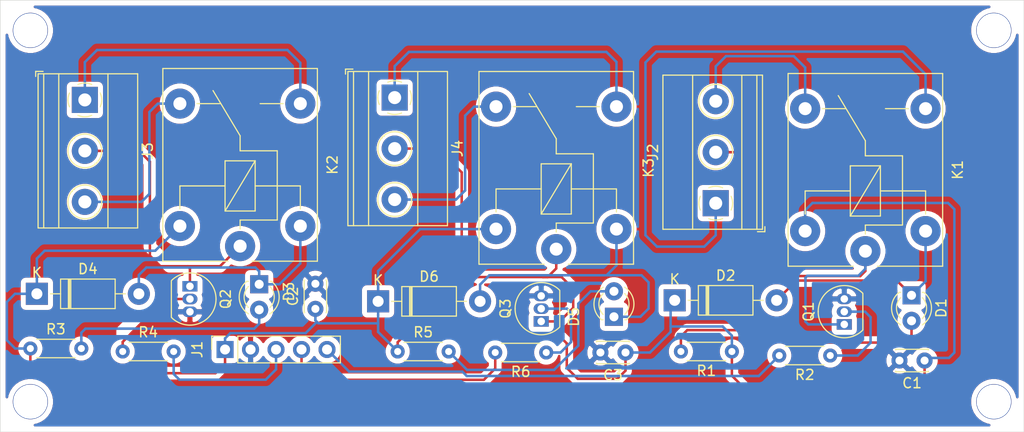
<source format=kicad_pcb>
(kicad_pcb (version 20171130) (host pcbnew "(5.1.12)-1")
  (layers (0 F.Cu signal) (31 B.Cu signal) (34 B.Paste user) (35 F.Paste user) (36 B.SilkS user) (37 F.SilkS user) (38 B.Mask user) (39 F.Mask user) (44 Edge.Cuts user))
  (net 0 "")
  (net 1 GND)
  (net 2 VCC)
  (net 3 "Net-(D1-Pad2)")
  (net 4 "Net-(D1-Pad1)")
  (net 5 "Net-(D3-Pad2)")
  (net 6 "Net-(D3-Pad1)")
  (net 7 "Net-(D5-Pad2)")
  (net 8 "Net-(D5-Pad1)")
  (net 9 "Net-(J1-Pad5)")
  (net 10 "Net-(J1-Pad4)")
  (net 11 "Net-(J1-Pad3)")
  (net 12 "Net-(J2-Pad3)")
  (net 13 "Net-(J2-Pad2)")
  (net 14 "Net-(J2-Pad1)")
  (net 15 "Net-(J3-Pad3)")
  (net 16 "Net-(J3-Pad2)")
  (net 17 "Net-(J3-Pad1)")
  (net 18 "Net-(J4-Pad3)")
  (net 19 "Net-(J4-Pad2)")
  (net 20 "Net-(J4-Pad1)")
  (net 21 "Net-(Q1-Pad2)")
  (net 22 "Net-(Q2-Pad2)")
  (net 23 "Net-(Q3-Pad2)")
  (module Package_TO_SOT_THT:TO-92_Inline (layer F.Cu) (at 111.9 112.5 270)
    (fp_text reference Q2 (at 1.27 -3.56 90) (layer F.SilkS))
    (fp_text value BC547)
    (fp_arc (start 1.27 0) (end 1.27 -2.6) (angle 135) (layer F.SilkS) (width 0.12))
    (fp_arc (start 1.27 0) (end 1.27 -2.6) (angle -135) (layer F.SilkS) (width 0.12))
    (fp_line (start -0.53 1.85) (end 3.07 1.85) (layer F.SilkS) (width 0.12))
    (pad 1 thru_hole rect (at 0 0 270) (size 1.05 1.5) (drill 0.75) (layers *.Cu *.Mask) (net 16 "Net-(J3-Pad2)"))
    (pad 3 thru_hole oval (at 2.54 0 270) (size 1.05 1.5) (drill 0.75) (layers *.Cu *.Mask) (net 1 GND))
    (pad 2 thru_hole oval (at 1.27 0 270) (size 1.05 1.5) (drill 0.75) (layers *.Cu *.Mask) (net 22 "Net-(Q2-Pad2)"))
  )
  (module TerminalBlock_Phoenix:TerminalBlock_Phoenix_MKDS-1,5-3-5.08_1x03_P5.08mm_Horizontal (layer F.Cu) (at 132.3 93.7 270)
    (fp_text reference J4 (at 5.08 -6.26 90) (layer F.SilkS))
    (fp_text value SCT_01x03)
    (fp_line (start -2.84 4.9) (end -2.34 4.9) (layer F.SilkS) (width 0.12))
    (fp_line (start -2.84 4.16) (end -2.84 4.9) (layer F.SilkS) (width 0.12))
    (fp_line (start 8.933 1.023) (end 8.886 1.069) (layer F.SilkS) (width 0.12))
    (fp_line (start 11.23 -1.275) (end 11.195 -1.239) (layer F.SilkS) (width 0.12))
    (fp_line (start 9.126 1.239) (end 9.091 1.274) (layer F.SilkS) (width 0.12))
    (fp_line (start 11.435 -1.069) (end 11.388 -1.023) (layer F.SilkS) (width 0.12))
    (fp_line (start 3.853 1.023) (end 3.806 1.069) (layer F.SilkS) (width 0.12))
    (fp_line (start 6.15 -1.275) (end 6.115 -1.239) (layer F.SilkS) (width 0.12))
    (fp_line (start 4.046 1.239) (end 4.011 1.274) (layer F.SilkS) (width 0.12))
    (fp_line (start 6.355 -1.069) (end 6.308 -1.023) (layer F.SilkS) (width 0.12))
    (fp_line (start 12.76 -5.261) (end 12.76 4.66) (layer F.SilkS) (width 0.12))
    (fp_line (start -2.6 -5.261) (end -2.6 4.66) (layer F.SilkS) (width 0.12))
    (fp_line (start -2.6 4.66) (end 12.76 4.66) (layer F.SilkS) (width 0.12))
    (fp_line (start -2.6 -5.261) (end 12.76 -5.261) (layer F.SilkS) (width 0.12))
    (fp_line (start -2.6 -2.301) (end 12.76 -2.301) (layer F.SilkS) (width 0.12))
    (fp_line (start -2.6 2.6) (end 12.76 2.6) (layer F.SilkS) (width 0.12))
    (fp_line (start -2.6 4.1) (end 12.76 4.1) (layer F.SilkS) (width 0.12))
    (fp_circle (center 10.16 0) (end 11.84 0) (layer F.SilkS) (width 0.12))
    (fp_circle (center 5.08 0) (end 6.76 0) (layer F.SilkS) (width 0.12))
    (fp_arc (start 0 0) (end 0 1.68) (angle -24) (layer F.SilkS) (width 0.12))
    (fp_arc (start 0 0) (end 1.535 0.684) (angle -48) (layer F.SilkS) (width 0.12))
    (fp_arc (start 0 0) (end 0.684 -1.535) (angle -48) (layer F.SilkS) (width 0.12))
    (fp_arc (start 0 0) (end -1.535 -0.684) (angle -48) (layer F.SilkS) (width 0.12))
    (fp_arc (start 0 0) (end -0.684 1.535) (angle -25) (layer F.SilkS) (width 0.12))
    (pad 1 thru_hole rect (at 0 0 270) (size 2.6 2.6) (drill 1.3) (layers *.Cu *.Mask) (net 20 "Net-(J4-Pad1)"))
    (pad 2 thru_hole circle (at 5.08 0 270) (size 2.6 2.6) (drill 1.3) (layers *.Cu *.Mask) (net 19 "Net-(J4-Pad2)"))
    (pad 3 thru_hole circle (at 10.16 0 270) (size 2.6 2.6) (drill 1.3) (layers *.Cu *.Mask) (net 18 "Net-(J4-Pad3)"))
  )
  (module TerminalBlock_Phoenix:TerminalBlock_Phoenix_MKDS-1,5-3-5.08_1x03_P5.08mm_Horizontal (layer F.Cu) (at 101.43 93.93 270)
    (fp_text reference J3 (at 5.08 -6.26 90) (layer F.SilkS))
    (fp_text value SCT_01x03)
    (fp_arc (start 0 0) (end -0.684 1.535) (angle -25) (layer F.SilkS) (width 0.12))
    (fp_arc (start 0 0) (end -1.535 -0.684) (angle -48) (layer F.SilkS) (width 0.12))
    (fp_arc (start 0 0) (end 0.684 -1.535) (angle -48) (layer F.SilkS) (width 0.12))
    (fp_arc (start 0 0) (end 1.535 0.684) (angle -48) (layer F.SilkS) (width 0.12))
    (fp_arc (start 0 0) (end 0 1.68) (angle -24) (layer F.SilkS) (width 0.12))
    (fp_circle (center 5.08 0) (end 6.76 0) (layer F.SilkS) (width 0.12))
    (fp_circle (center 10.16 0) (end 11.84 0) (layer F.SilkS) (width 0.12))
    (fp_line (start -2.6 4.1) (end 12.76 4.1) (layer F.SilkS) (width 0.12))
    (fp_line (start -2.6 2.6) (end 12.76 2.6) (layer F.SilkS) (width 0.12))
    (fp_line (start -2.6 -2.301) (end 12.76 -2.301) (layer F.SilkS) (width 0.12))
    (fp_line (start -2.6 -5.261) (end 12.76 -5.261) (layer F.SilkS) (width 0.12))
    (fp_line (start -2.6 4.66) (end 12.76 4.66) (layer F.SilkS) (width 0.12))
    (fp_line (start -2.6 -5.261) (end -2.6 4.66) (layer F.SilkS) (width 0.12))
    (fp_line (start 12.76 -5.261) (end 12.76 4.66) (layer F.SilkS) (width 0.12))
    (fp_line (start 6.355 -1.069) (end 6.308 -1.023) (layer F.SilkS) (width 0.12))
    (fp_line (start 4.046 1.239) (end 4.011 1.274) (layer F.SilkS) (width 0.12))
    (fp_line (start 6.15 -1.275) (end 6.115 -1.239) (layer F.SilkS) (width 0.12))
    (fp_line (start 3.853 1.023) (end 3.806 1.069) (layer F.SilkS) (width 0.12))
    (fp_line (start 11.435 -1.069) (end 11.388 -1.023) (layer F.SilkS) (width 0.12))
    (fp_line (start 9.126 1.239) (end 9.091 1.274) (layer F.SilkS) (width 0.12))
    (fp_line (start 11.23 -1.275) (end 11.195 -1.239) (layer F.SilkS) (width 0.12))
    (fp_line (start 8.933 1.023) (end 8.886 1.069) (layer F.SilkS) (width 0.12))
    (fp_line (start -2.84 4.16) (end -2.84 4.9) (layer F.SilkS) (width 0.12))
    (fp_line (start -2.84 4.9) (end -2.34 4.9) (layer F.SilkS) (width 0.12))
    (pad 3 thru_hole circle (at 10.16 0 270) (size 2.6 2.6) (drill 1.3) (layers *.Cu *.Mask) (net 15 "Net-(J3-Pad3)"))
    (pad 2 thru_hole circle (at 5.08 0 270) (size 2.6 2.6) (drill 1.3) (layers *.Cu *.Mask) (net 16 "Net-(J3-Pad2)"))
    (pad 1 thru_hole rect (at 0 0 270) (size 2.6 2.6) (drill 1.3) (layers *.Cu *.Mask) (net 17 "Net-(J3-Pad1)"))
  )
  (module TerminalBlock_Phoenix:TerminalBlock_Phoenix_MKDS-1,5-3-5.08_1x03_P5.08mm_Horizontal (layer F.Cu) (at 164.29 104.22 90)
    (fp_text reference J2 (at 5.08 -6.26 90) (layer F.SilkS))
    (fp_text value SCT_01x03)
    (fp_line (start -2.84 4.9) (end -2.34 4.9) (layer F.SilkS) (width 0.12))
    (fp_line (start -2.84 4.16) (end -2.84 4.9) (layer F.SilkS) (width 0.12))
    (fp_line (start 8.933 1.023) (end 8.886 1.069) (layer F.SilkS) (width 0.12))
    (fp_line (start 11.23 -1.275) (end 11.195 -1.239) (layer F.SilkS) (width 0.12))
    (fp_line (start 9.126 1.239) (end 9.091 1.274) (layer F.SilkS) (width 0.12))
    (fp_line (start 11.435 -1.069) (end 11.388 -1.023) (layer F.SilkS) (width 0.12))
    (fp_line (start 3.853 1.023) (end 3.806 1.069) (layer F.SilkS) (width 0.12))
    (fp_line (start 6.15 -1.275) (end 6.115 -1.239) (layer F.SilkS) (width 0.12))
    (fp_line (start 4.046 1.239) (end 4.011 1.274) (layer F.SilkS) (width 0.12))
    (fp_line (start 6.355 -1.069) (end 6.308 -1.023) (layer F.SilkS) (width 0.12))
    (fp_line (start 12.76 -5.261) (end 12.76 4.66) (layer F.SilkS) (width 0.12))
    (fp_line (start -2.6 -5.261) (end -2.6 4.66) (layer F.SilkS) (width 0.12))
    (fp_line (start -2.6 4.66) (end 12.76 4.66) (layer F.SilkS) (width 0.12))
    (fp_line (start -2.6 -5.261) (end 12.76 -5.261) (layer F.SilkS) (width 0.12))
    (fp_line (start -2.6 -2.301) (end 12.76 -2.301) (layer F.SilkS) (width 0.12))
    (fp_line (start -2.6 2.6) (end 12.76 2.6) (layer F.SilkS) (width 0.12))
    (fp_line (start -2.6 4.1) (end 12.76 4.1) (layer F.SilkS) (width 0.12))
    (fp_circle (center 10.16 0) (end 11.84 0) (layer F.SilkS) (width 0.12))
    (fp_circle (center 5.08 0) (end 6.76 0) (layer F.SilkS) (width 0.12))
    (fp_arc (start 0 0) (end 0 1.68) (angle -24) (layer F.SilkS) (width 0.12))
    (fp_arc (start 0 0) (end 1.535 0.684) (angle -48) (layer F.SilkS) (width 0.12))
    (fp_arc (start 0 0) (end 0.684 -1.535) (angle -48) (layer F.SilkS) (width 0.12))
    (fp_arc (start 0 0) (end -1.535 -0.684) (angle -48) (layer F.SilkS) (width 0.12))
    (fp_arc (start 0 0) (end -0.684 1.535) (angle -25) (layer F.SilkS) (width 0.12))
    (pad 1 thru_hole rect (at 0 0 90) (size 2.6 2.6) (drill 1.3) (layers *.Cu *.Mask) (net 14 "Net-(J2-Pad1)"))
    (pad 2 thru_hole circle (at 5.08 0 90) (size 2.6 2.6) (drill 1.3) (layers *.Cu *.Mask) (net 13 "Net-(J2-Pad2)"))
    (pad 3 thru_hole circle (at 10.16 0 90) (size 2.6 2.6) (drill 1.3) (layers *.Cu *.Mask) (net 12 "Net-(J2-Pad3)"))
  )
  (module Resistor_THT:R_Axial_DIN0204_L3.6mm_D1.6mm_P5.08mm_Horizontal (layer F.Cu) (at 147.4 119.1 180)
    (fp_text reference R6 (at 2.54 -1.92) (layer F.SilkS))
    (fp_text value 1k)
    (fp_line (start 0.62 -0.92) (end 4.46 -0.92) (layer F.SilkS) (width 0.12))
    (fp_line (start 0.62 0.92) (end 4.46 0.92) (layer F.SilkS) (width 0.12))
    (pad 2 thru_hole oval (at 5.08 0 180) (size 1.4 1.4) (drill 0.7) (layers *.Cu *.Mask) (net 10 "Net-(J1-Pad4)"))
    (pad 1 thru_hole circle (at 0 0 180) (size 1.4 1.4) (drill 0.7) (layers *.Cu *.Mask) (net 23 "Net-(Q3-Pad2)"))
  )
  (module Resistor_THT:R_Axial_DIN0204_L3.6mm_D1.6mm_P5.08mm_Horizontal (layer F.Cu) (at 132.6 119)
    (fp_text reference R5 (at 2.54 -1.92) (layer F.SilkS))
    (fp_text value 1k)
    (fp_line (start 0.62 -0.92) (end 4.46 -0.92) (layer F.SilkS) (width 0.12))
    (fp_line (start 0.62 0.92) (end 4.46 0.92) (layer F.SilkS) (width 0.12))
    (pad 2 thru_hole oval (at 5.08 0) (size 1.4 1.4) (drill 0.7) (layers *.Cu *.Mask) (net 7 "Net-(D5-Pad2)"))
    (pad 1 thru_hole circle (at 0 0) (size 1.4 1.4) (drill 0.7) (layers *.Cu *.Mask) (net 2 VCC))
  )
  (module Resistor_THT:R_Axial_DIN0204_L3.6mm_D1.6mm_P5.08mm_Horizontal (layer F.Cu) (at 105.2 119)
    (fp_text reference R4 (at 2.54 -1.92) (layer F.SilkS))
    (fp_text value 1k)
    (fp_line (start 0.62 -0.92) (end 4.46 -0.92) (layer F.SilkS) (width 0.12))
    (fp_line (start 0.62 0.92) (end 4.46 0.92) (layer F.SilkS) (width 0.12))
    (pad 2 thru_hole oval (at 5.08 0) (size 1.4 1.4) (drill 0.7) (layers *.Cu *.Mask) (net 11 "Net-(J1-Pad3)"))
    (pad 1 thru_hole circle (at 0 0) (size 1.4 1.4) (drill 0.7) (layers *.Cu *.Mask) (net 22 "Net-(Q2-Pad2)"))
  )
  (module Resistor_THT:R_Axial_DIN0204_L3.6mm_D1.6mm_P5.08mm_Horizontal (layer F.Cu) (at 96 118.7)
    (fp_text reference R3 (at 2.54 -1.92) (layer F.SilkS))
    (fp_text value 1k)
    (fp_line (start 0.62 -0.92) (end 4.46 -0.92) (layer F.SilkS) (width 0.12))
    (fp_line (start 0.62 0.92) (end 4.46 0.92) (layer F.SilkS) (width 0.12))
    (pad 2 thru_hole oval (at 5.08 0) (size 1.4 1.4) (drill 0.7) (layers *.Cu *.Mask) (net 5 "Net-(D3-Pad2)"))
    (pad 1 thru_hole circle (at 0 0) (size 1.4 1.4) (drill 0.7) (layers *.Cu *.Mask) (net 2 VCC))
  )
  (module Resistor_THT:R_Axial_DIN0204_L3.6mm_D1.6mm_P5.08mm_Horizontal (layer F.Cu) (at 175.7 119.4 180)
    (fp_text reference R2 (at 2.54 -1.92) (layer F.SilkS))
    (fp_text value 1k)
    (fp_line (start 0.62 -0.92) (end 4.46 -0.92) (layer F.SilkS) (width 0.12))
    (fp_line (start 0.62 0.92) (end 4.46 0.92) (layer F.SilkS) (width 0.12))
    (pad 2 thru_hole oval (at 5.08 0 180) (size 1.4 1.4) (drill 0.7) (layers *.Cu *.Mask) (net 9 "Net-(J1-Pad5)"))
    (pad 1 thru_hole circle (at 0 0 180) (size 1.4 1.4) (drill 0.7) (layers *.Cu *.Mask) (net 21 "Net-(Q1-Pad2)"))
  )
  (module Resistor_THT:R_Axial_DIN0204_L3.6mm_D1.6mm_P5.08mm_Horizontal (layer F.Cu) (at 165.9 119 180)
    (fp_text reference R1 (at 2.54 -1.92) (layer F.SilkS))
    (fp_text value 1k)
    (fp_line (start 0.62 -0.92) (end 4.46 -0.92) (layer F.SilkS) (width 0.12))
    (fp_line (start 0.62 0.92) (end 4.46 0.92) (layer F.SilkS) (width 0.12))
    (pad 2 thru_hole oval (at 5.08 0 180) (size 1.4 1.4) (drill 0.7) (layers *.Cu *.Mask) (net 3 "Net-(D1-Pad2)"))
    (pad 1 thru_hole circle (at 0 0 180) (size 1.4 1.4) (drill 0.7) (layers *.Cu *.Mask) (net 2 VCC))
  )
  (module Package_TO_SOT_THT:TO-92_Inline (layer F.Cu) (at 146.9 116 90)
    (fp_text reference Q3 (at 1.27 -3.56 90) (layer F.SilkS))
    (fp_text value BC547)
    (fp_arc (start 1.27 0) (end 1.27 -2.6) (angle 135) (layer F.SilkS) (width 0.12))
    (fp_arc (start 1.27 0) (end 1.27 -2.6) (angle -135) (layer F.SilkS) (width 0.12))
    (fp_line (start -0.53 1.85) (end 3.07 1.85) (layer F.SilkS) (width 0.12))
    (pad 1 thru_hole rect (at 0 0 90) (size 1.05 1.5) (drill 0.75) (layers *.Cu *.Mask) (net 19 "Net-(J4-Pad2)"))
    (pad 3 thru_hole oval (at 2.54 0 90) (size 1.05 1.5) (drill 0.75) (layers *.Cu *.Mask) (net 1 GND))
    (pad 2 thru_hole oval (at 1.27 0 90) (size 1.05 1.5) (drill 0.75) (layers *.Cu *.Mask) (net 23 "Net-(Q3-Pad2)"))
  )
  (module Package_TO_SOT_THT:TO-92_Inline (layer F.Cu) (at 177.1 116.3 90)
    (fp_text reference Q1 (at 1.27 -3.56 90) (layer F.SilkS))
    (fp_text value BC547)
    (fp_arc (start 1.27 0) (end 1.27 -2.6) (angle 135) (layer F.SilkS) (width 0.12))
    (fp_arc (start 1.27 0) (end 1.27 -2.6) (angle -135) (layer F.SilkS) (width 0.12))
    (fp_line (start -0.53 1.85) (end 3.07 1.85) (layer F.SilkS) (width 0.12))
    (pad 1 thru_hole rect (at 0 0 90) (size 1.05 1.5) (drill 0.75) (layers *.Cu *.Mask) (net 13 "Net-(J2-Pad2)"))
    (pad 3 thru_hole oval (at 2.54 0 90) (size 1.05 1.5) (drill 0.75) (layers *.Cu *.Mask) (net 1 GND))
    (pad 2 thru_hole oval (at 1.27 0 90) (size 1.05 1.5) (drill 0.75) (layers *.Cu *.Mask) (net 21 "Net-(Q1-Pad2)"))
  )
  (module Relay_THT:Relay_SPDT_Finder_36.11 (layer F.Cu) (at 148.4 108.8 90)
    (fp_text reference K3 (at 8.1 9.2 90) (layer F.SilkS))
    (fp_text value FINDER-40.41)
    (fp_line (start -1.5 1.2) (end -1.5 7.7) (layer F.SilkS) (width 0.12))
    (fp_line (start -1.5 -7.7) (end -1.5 -1.2) (layer F.SilkS) (width 0.12))
    (fp_line (start -1.5 -7.7) (end 17.7 -7.7) (layer F.SilkS) (width 0.12))
    (fp_line (start 17.7 -7.7) (end 17.7 7.7) (layer F.SilkS) (width 0.12))
    (fp_line (start 17.7 7.7) (end -1.5 7.7) (layer F.SilkS) (width 0.12))
    (fp_line (start 14.2 4.3) (end 14.2 2) (layer F.SilkS) (width 0.12))
    (fp_line (start 14.2 -4.3) (end 14.2 -2) (layer F.SilkS) (width 0.12))
    (fp_line (start 3.7 6) (end 6 6) (layer F.SilkS) (width 0.12))
    (fp_line (start 2.6 0) (end 1.7 0) (layer F.SilkS) (width 0.12))
    (fp_line (start 6 -6) (end 3.7 -6) (layer F.SilkS) (width 0.12))
    (fp_line (start 9.5 0) (end 11 0) (layer F.SilkS) (width 0.12))
    (fp_line (start 11 0) (end 15.5 -2.7) (layer F.SilkS) (width 0.12))
    (fp_line (start 9.5 3.7) (end 2.6 3.7) (layer F.SilkS) (width 0.12))
    (fp_line (start 9.5 0) (end 9.5 3.7) (layer F.SilkS) (width 0.12))
    (fp_line (start 2.6 0) (end 2.6 3.7) (layer F.SilkS) (width 0.12))
    (fp_line (start 6 -6) (end 6 -1.5) (layer F.SilkS) (width 0.12))
    (fp_line (start 6 1.5) (end 6 6) (layer F.SilkS) (width 0.12))
    (fp_line (start 8.5 1.5) (end 3.5 -1.5) (layer F.SilkS) (width 0.12))
    (fp_line (start 3.5 1.5) (end 3.5 -1.5) (layer F.SilkS) (width 0.12))
    (fp_line (start 3.5 -1.5) (end 8.5 -1.5) (layer F.SilkS) (width 0.12))
    (fp_line (start 8.5 -1.5) (end 8.5 1.5) (layer F.SilkS) (width 0.12))
    (fp_line (start 8.5 1.5) (end 3.5 1.5) (layer F.SilkS) (width 0.12))
    (pad 11 thru_hole circle (at 0 0 90) (size 3 3) (drill 1.3) (layers *.Cu *.Mask) (net 19 "Net-(J4-Pad2)"))
    (pad A2 thru_hole circle (at 2 -6 90) (size 3 3) (drill 1.3) (layers *.Cu *.Mask) (net 2 VCC))
    (pad 12 thru_hole circle (at 14.2 -6 90) (size 3 3) (drill 1.3) (layers *.Cu *.Mask) (net 18 "Net-(J4-Pad3)"))
    (pad 14 thru_hole circle (at 14.2 6 90) (size 3 3) (drill 1.3) (layers *.Cu *.Mask) (net 20 "Net-(J4-Pad1)"))
    (pad A1 thru_hole circle (at 2 6 90) (size 3 3) (drill 1.3) (layers *.Cu *.Mask) (net 8 "Net-(D5-Pad1)"))
  )
  (module Relay_THT:Relay_SPDT_Finder_36.11 (layer F.Cu) (at 116.9 108.5 90)
    (fp_text reference K2 (at 8.1 9.2 90) (layer F.SilkS))
    (fp_text value FINDER-40.41)
    (fp_line (start -1.5 1.2) (end -1.5 7.7) (layer F.SilkS) (width 0.12))
    (fp_line (start -1.5 -7.7) (end -1.5 -1.2) (layer F.SilkS) (width 0.12))
    (fp_line (start -1.5 -7.7) (end 17.7 -7.7) (layer F.SilkS) (width 0.12))
    (fp_line (start 17.7 -7.7) (end 17.7 7.7) (layer F.SilkS) (width 0.12))
    (fp_line (start 17.7 7.7) (end -1.5 7.7) (layer F.SilkS) (width 0.12))
    (fp_line (start 14.2 4.3) (end 14.2 2) (layer F.SilkS) (width 0.12))
    (fp_line (start 14.2 -4.3) (end 14.2 -2) (layer F.SilkS) (width 0.12))
    (fp_line (start 3.7 6) (end 6 6) (layer F.SilkS) (width 0.12))
    (fp_line (start 2.6 0) (end 1.7 0) (layer F.SilkS) (width 0.12))
    (fp_line (start 6 -6) (end 3.7 -6) (layer F.SilkS) (width 0.12))
    (fp_line (start 9.5 0) (end 11 0) (layer F.SilkS) (width 0.12))
    (fp_line (start 11 0) (end 15.5 -2.7) (layer F.SilkS) (width 0.12))
    (fp_line (start 9.5 3.7) (end 2.6 3.7) (layer F.SilkS) (width 0.12))
    (fp_line (start 9.5 0) (end 9.5 3.7) (layer F.SilkS) (width 0.12))
    (fp_line (start 2.6 0) (end 2.6 3.7) (layer F.SilkS) (width 0.12))
    (fp_line (start 6 -6) (end 6 -1.5) (layer F.SilkS) (width 0.12))
    (fp_line (start 6 1.5) (end 6 6) (layer F.SilkS) (width 0.12))
    (fp_line (start 8.5 1.5) (end 3.5 -1.5) (layer F.SilkS) (width 0.12))
    (fp_line (start 3.5 1.5) (end 3.5 -1.5) (layer F.SilkS) (width 0.12))
    (fp_line (start 3.5 -1.5) (end 8.5 -1.5) (layer F.SilkS) (width 0.12))
    (fp_line (start 8.5 -1.5) (end 8.5 1.5) (layer F.SilkS) (width 0.12))
    (fp_line (start 8.5 1.5) (end 3.5 1.5) (layer F.SilkS) (width 0.12))
    (pad 11 thru_hole circle (at 0 0 90) (size 3 3) (drill 1.3) (layers *.Cu *.Mask) (net 16 "Net-(J3-Pad2)"))
    (pad A2 thru_hole circle (at 2 -6 90) (size 3 3) (drill 1.3) (layers *.Cu *.Mask) (net 2 VCC))
    (pad 12 thru_hole circle (at 14.2 -6 90) (size 3 3) (drill 1.3) (layers *.Cu *.Mask) (net 15 "Net-(J3-Pad3)"))
    (pad 14 thru_hole circle (at 14.2 6 90) (size 3 3) (drill 1.3) (layers *.Cu *.Mask) (net 17 "Net-(J3-Pad1)"))
    (pad A1 thru_hole circle (at 2 6 90) (size 3 3) (drill 1.3) (layers *.Cu *.Mask) (net 6 "Net-(D3-Pad1)"))
  )
  (module Relay_THT:Relay_SPDT_Finder_36.11 (layer F.Cu) (at 179.2 109 90)
    (fp_text reference K1 (at 8.1 9.2 90) (layer F.SilkS))
    (fp_text value FINDER-40.41)
    (fp_line (start -1.5 1.2) (end -1.5 7.7) (layer F.SilkS) (width 0.12))
    (fp_line (start -1.5 -7.7) (end -1.5 -1.2) (layer F.SilkS) (width 0.12))
    (fp_line (start -1.5 -7.7) (end 17.7 -7.7) (layer F.SilkS) (width 0.12))
    (fp_line (start 17.7 -7.7) (end 17.7 7.7) (layer F.SilkS) (width 0.12))
    (fp_line (start 17.7 7.7) (end -1.5 7.7) (layer F.SilkS) (width 0.12))
    (fp_line (start 14.2 4.3) (end 14.2 2) (layer F.SilkS) (width 0.12))
    (fp_line (start 14.2 -4.3) (end 14.2 -2) (layer F.SilkS) (width 0.12))
    (fp_line (start 3.7 6) (end 6 6) (layer F.SilkS) (width 0.12))
    (fp_line (start 2.6 0) (end 1.7 0) (layer F.SilkS) (width 0.12))
    (fp_line (start 6 -6) (end 3.7 -6) (layer F.SilkS) (width 0.12))
    (fp_line (start 9.5 0) (end 11 0) (layer F.SilkS) (width 0.12))
    (fp_line (start 11 0) (end 15.5 -2.7) (layer F.SilkS) (width 0.12))
    (fp_line (start 9.5 3.7) (end 2.6 3.7) (layer F.SilkS) (width 0.12))
    (fp_line (start 9.5 0) (end 9.5 3.7) (layer F.SilkS) (width 0.12))
    (fp_line (start 2.6 0) (end 2.6 3.7) (layer F.SilkS) (width 0.12))
    (fp_line (start 6 -6) (end 6 -1.5) (layer F.SilkS) (width 0.12))
    (fp_line (start 6 1.5) (end 6 6) (layer F.SilkS) (width 0.12))
    (fp_line (start 8.5 1.5) (end 3.5 -1.5) (layer F.SilkS) (width 0.12))
    (fp_line (start 3.5 1.5) (end 3.5 -1.5) (layer F.SilkS) (width 0.12))
    (fp_line (start 3.5 -1.5) (end 8.5 -1.5) (layer F.SilkS) (width 0.12))
    (fp_line (start 8.5 -1.5) (end 8.5 1.5) (layer F.SilkS) (width 0.12))
    (fp_line (start 8.5 1.5) (end 3.5 1.5) (layer F.SilkS) (width 0.12))
    (pad 11 thru_hole circle (at 0 0 90) (size 3 3) (drill 1.3) (layers *.Cu *.Mask) (net 13 "Net-(J2-Pad2)"))
    (pad A2 thru_hole circle (at 2 -6 90) (size 3 3) (drill 1.3) (layers *.Cu *.Mask) (net 2 VCC))
    (pad 12 thru_hole circle (at 14.2 -6 90) (size 3 3) (drill 1.3) (layers *.Cu *.Mask) (net 12 "Net-(J2-Pad3)"))
    (pad 14 thru_hole circle (at 14.2 6 90) (size 3 3) (drill 1.3) (layers *.Cu *.Mask) (net 14 "Net-(J2-Pad1)"))
    (pad A1 thru_hole circle (at 2 6 90) (size 3 3) (drill 1.3) (layers *.Cu *.Mask) (net 4 "Net-(D1-Pad1)"))
  )
  (module Connector_PinSocket_2.54mm:PinSocket_1x05_P2.54mm_Vertical (layer F.Cu) (at 115.4 118.8 90)
    (fp_text reference J1 (at 0 -2.77 90) (layer F.SilkS))
    (fp_text value Conn_01x05_Male)
    (fp_line (start -1.33 1.27) (end 1.33 1.27) (layer F.SilkS) (width 0.12))
    (fp_line (start -1.33 1.27) (end -1.33 11.49) (layer F.SilkS) (width 0.12))
    (fp_line (start -1.33 11.49) (end 1.33 11.49) (layer F.SilkS) (width 0.12))
    (fp_line (start 1.33 1.27) (end 1.33 11.49) (layer F.SilkS) (width 0.12))
    (fp_line (start 1.33 -1.33) (end 1.33 0) (layer F.SilkS) (width 0.12))
    (fp_line (start 0 -1.33) (end 1.33 -1.33) (layer F.SilkS) (width 0.12))
    (pad 5 thru_hole oval (at 0 10.16 90) (size 1.7 1.7) (drill 1) (layers *.Cu *.Mask) (net 9 "Net-(J1-Pad5)"))
    (pad 4 thru_hole oval (at 0 7.62 90) (size 1.7 1.7) (drill 1) (layers *.Cu *.Mask) (net 10 "Net-(J1-Pad4)"))
    (pad 3 thru_hole oval (at 0 5.08 90) (size 1.7 1.7) (drill 1) (layers *.Cu *.Mask) (net 11 "Net-(J1-Pad3)"))
    (pad 2 thru_hole oval (at 0 2.54 90) (size 1.7 1.7) (drill 1) (layers *.Cu *.Mask) (net 1 GND))
    (pad 1 thru_hole rect (at 0 0 90) (size 1.7 1.7) (drill 1) (layers *.Cu *.Mask) (net 2 VCC))
  )
  (module Diode_THT:D_DO-41_SOD81_P10.16mm_Horizontal (layer F.Cu) (at 130.65 114)
    (fp_text reference D6 (at 5.08 -2.47) (layer F.SilkS))
    (fp_text value 1N4007)
    (fp_text user K (at 0 -2.1) (layer F.SilkS))
    (fp_line (start 2.36 -1.47) (end 2.36 1.47) (layer F.SilkS) (width 0.12))
    (fp_line (start 2.36 1.47) (end 7.8 1.47) (layer F.SilkS) (width 0.12))
    (fp_line (start 7.8 1.47) (end 7.8 -1.47) (layer F.SilkS) (width 0.12))
    (fp_line (start 7.8 -1.47) (end 2.36 -1.47) (layer F.SilkS) (width 0.12))
    (fp_line (start 1.34 0) (end 2.36 0) (layer F.SilkS) (width 0.12))
    (fp_line (start 8.82 0) (end 7.8 0) (layer F.SilkS) (width 0.12))
    (fp_line (start 3.26 -1.47) (end 3.26 1.47) (layer F.SilkS) (width 0.12))
    (fp_line (start 3.38 -1.47) (end 3.38 1.47) (layer F.SilkS) (width 0.12))
    (fp_line (start 3.14 -1.47) (end 3.14 1.47) (layer F.SilkS) (width 0.12))
    (pad 2 thru_hole oval (at 10.16 0) (size 2.2 2.2) (drill 1.1) (layers *.Cu *.Mask) (net 8 "Net-(D5-Pad1)"))
    (pad 1 thru_hole rect (at 0 0) (size 2.2 2.2) (drill 1.1) (layers *.Cu *.Mask) (net 2 VCC))
  )
  (module LED_THT:LED_D3.0mm (layer F.Cu) (at 154.15 115.54 90)
    (fp_text reference D5 (at 0 -4 90) (layer F.SilkS))
    (fp_text value LED)
    (fp_arc (start 1.27 0) (end 0.229039 1.08) (angle -87.9) (layer F.SilkS) (width 0.12))
    (fp_arc (start 1.27 0) (end 0.229039 -1.08) (angle 87.9) (layer F.SilkS) (width 0.12))
    (fp_arc (start 1.27 0) (end -0.29 1.235516) (angle -108.8) (layer F.SilkS) (width 0.12))
    (fp_arc (start 1.27 0) (end -0.29 -1.235516) (angle 108.8) (layer F.SilkS) (width 0.12))
    (fp_line (start -0.29 -1.236) (end -0.29 -1.08) (layer F.SilkS) (width 0.12))
    (fp_line (start -0.29 1.08) (end -0.29 1.236) (layer F.SilkS) (width 0.12))
    (pad 2 thru_hole circle (at 2.54 0 90) (size 1.8 1.8) (drill 0.9) (layers *.Cu *.Mask) (net 7 "Net-(D5-Pad2)"))
    (pad 1 thru_hole rect (at 0 0 90) (size 1.8 1.8) (drill 0.9) (layers *.Cu *.Mask) (net 8 "Net-(D5-Pad1)"))
  )
  (module Diode_THT:D_DO-41_SOD81_P10.16mm_Horizontal (layer F.Cu) (at 96.65 113.25)
    (fp_text reference D4 (at 5.08 -2.47) (layer F.SilkS))
    (fp_text value 1N4007)
    (fp_text user K (at 0 -2.1) (layer F.SilkS))
    (fp_line (start 2.36 -1.47) (end 2.36 1.47) (layer F.SilkS) (width 0.12))
    (fp_line (start 2.36 1.47) (end 7.8 1.47) (layer F.SilkS) (width 0.12))
    (fp_line (start 7.8 1.47) (end 7.8 -1.47) (layer F.SilkS) (width 0.12))
    (fp_line (start 7.8 -1.47) (end 2.36 -1.47) (layer F.SilkS) (width 0.12))
    (fp_line (start 1.34 0) (end 2.36 0) (layer F.SilkS) (width 0.12))
    (fp_line (start 8.82 0) (end 7.8 0) (layer F.SilkS) (width 0.12))
    (fp_line (start 3.26 -1.47) (end 3.26 1.47) (layer F.SilkS) (width 0.12))
    (fp_line (start 3.38 -1.47) (end 3.38 1.47) (layer F.SilkS) (width 0.12))
    (fp_line (start 3.14 -1.47) (end 3.14 1.47) (layer F.SilkS) (width 0.12))
    (pad 2 thru_hole oval (at 10.16 0) (size 2.2 2.2) (drill 1.1) (layers *.Cu *.Mask) (net 6 "Net-(D3-Pad1)"))
    (pad 1 thru_hole rect (at 0 0) (size 2.2 2.2) (drill 1.1) (layers *.Cu *.Mask) (net 2 VCC))
  )
  (module LED_THT:LED_D3.0mm (layer F.Cu) (at 118.8 112.3 270)
    (fp_text reference D3 (at 0.73 -2.96 90) (layer F.SilkS))
    (fp_text value LED)
    (fp_arc (start 1.27 0) (end 0.229039 1.08) (angle -87.9) (layer F.SilkS) (width 0.12))
    (fp_arc (start 1.27 0) (end 0.229039 -1.08) (angle 87.9) (layer F.SilkS) (width 0.12))
    (fp_arc (start 1.27 0) (end -0.29 1.235516) (angle -108.8) (layer F.SilkS) (width 0.12))
    (fp_arc (start 1.27 0) (end -0.29 -1.235516) (angle 108.8) (layer F.SilkS) (width 0.12))
    (fp_line (start -0.29 -1.236) (end -0.29 -1.08) (layer F.SilkS) (width 0.12))
    (fp_line (start -0.29 1.08) (end -0.29 1.236) (layer F.SilkS) (width 0.12))
    (pad 2 thru_hole circle (at 2.54 0 270) (size 1.8 1.8) (drill 0.9) (layers *.Cu *.Mask) (net 5 "Net-(D3-Pad2)"))
    (pad 1 thru_hole rect (at 0 0 270) (size 1.8 1.8) (drill 0.9) (layers *.Cu *.Mask) (net 6 "Net-(D3-Pad1)"))
  )
  (module Diode_THT:D_DO-41_SOD81_P10.16mm_Horizontal (layer F.Cu) (at 160.2 113.9)
    (fp_text reference D2 (at 5.08 -2.47) (layer F.SilkS))
    (fp_text value 1N4007)
    (fp_text user K (at 0 -2.1) (layer F.SilkS))
    (fp_line (start 2.36 -1.47) (end 2.36 1.47) (layer F.SilkS) (width 0.12))
    (fp_line (start 2.36 1.47) (end 7.8 1.47) (layer F.SilkS) (width 0.12))
    (fp_line (start 7.8 1.47) (end 7.8 -1.47) (layer F.SilkS) (width 0.12))
    (fp_line (start 7.8 -1.47) (end 2.36 -1.47) (layer F.SilkS) (width 0.12))
    (fp_line (start 1.34 0) (end 2.36 0) (layer F.SilkS) (width 0.12))
    (fp_line (start 8.82 0) (end 7.8 0) (layer F.SilkS) (width 0.12))
    (fp_line (start 3.26 -1.47) (end 3.26 1.47) (layer F.SilkS) (width 0.12))
    (fp_line (start 3.38 -1.47) (end 3.38 1.47) (layer F.SilkS) (width 0.12))
    (fp_line (start 3.14 -1.47) (end 3.14 1.47) (layer F.SilkS) (width 0.12))
    (pad 2 thru_hole oval (at 10.16 0) (size 2.2 2.2) (drill 1.1) (layers *.Cu *.Mask) (net 4 "Net-(D1-Pad1)"))
    (pad 1 thru_hole rect (at 0 0) (size 2.2 2.2) (drill 1.1) (layers *.Cu *.Mask) (net 2 VCC))
  )
  (module LED_THT:LED_D3.0mm (layer F.Cu) (at 183.8 113.4 270)
    (fp_text reference D1 (at 1.27 -2.96 90) (layer F.SilkS))
    (fp_text value LED)
    (fp_arc (start 1.27 0) (end 0.229039 1.08) (angle -87.9) (layer F.SilkS) (width 0.12))
    (fp_arc (start 1.27 0) (end 0.229039 -1.08) (angle 87.9) (layer F.SilkS) (width 0.12))
    (fp_arc (start 1.27 0) (end -0.29 1.235516) (angle -108.8) (layer F.SilkS) (width 0.12))
    (fp_arc (start 1.27 0) (end -0.29 -1.235516) (angle 108.8) (layer F.SilkS) (width 0.12))
    (fp_line (start -0.29 -1.236) (end -0.29 -1.08) (layer F.SilkS) (width 0.12))
    (fp_line (start -0.29 1.08) (end -0.29 1.236) (layer F.SilkS) (width 0.12))
    (pad 2 thru_hole circle (at 2.54 0 270) (size 1.8 1.8) (drill 0.9) (layers *.Cu *.Mask) (net 3 "Net-(D1-Pad2)"))
    (pad 1 thru_hole rect (at 0 0 270) (size 1.8 1.8) (drill 0.9) (layers *.Cu *.Mask) (net 4 "Net-(D1-Pad1)"))
  )
  (module Capacitor_THT:C_Disc_D3.0mm_W2.0mm_P2.50mm (layer F.Cu) (at 155.3 119.1 180)
    (fp_text reference C3 (at 1.25 -2.25) (layer F.SilkS))
    (fp_text value 0.1uf)
    (fp_line (start -0.37 -1.12) (end 2.87 -1.12) (layer F.SilkS) (width 0.12))
    (fp_line (start -0.37 1.12) (end 2.87 1.12) (layer F.SilkS) (width 0.12))
    (fp_line (start -0.37 -1.12) (end -0.37 -1.055) (layer F.SilkS) (width 0.12))
    (fp_line (start -0.37 1.055) (end -0.37 1.12) (layer F.SilkS) (width 0.12))
    (fp_line (start 2.87 -1.12) (end 2.87 -1.055) (layer F.SilkS) (width 0.12))
    (fp_line (start 2.87 1.055) (end 2.87 1.12) (layer F.SilkS) (width 0.12))
    (pad 2 thru_hole circle (at 2.5 0 180) (size 1.6 1.6) (drill 0.8) (layers *.Cu *.Mask) (net 1 GND))
    (pad 1 thru_hole circle (at 0 0 180) (size 1.6 1.6) (drill 0.8) (layers *.Cu *.Mask) (net 2 VCC))
  )
  (module Capacitor_THT:C_Disc_D3.0mm_W2.0mm_P2.50mm (layer F.Cu) (at 124.4 114.75 90)
    (fp_text reference C2 (at 1.25 -2.25 90) (layer F.SilkS))
    (fp_text value 0.1uf)
    (fp_line (start -0.37 -1.12) (end 2.87 -1.12) (layer F.SilkS) (width 0.12))
    (fp_line (start -0.37 1.12) (end 2.87 1.12) (layer F.SilkS) (width 0.12))
    (fp_line (start -0.37 -1.12) (end -0.37 -1.055) (layer F.SilkS) (width 0.12))
    (fp_line (start -0.37 1.055) (end -0.37 1.12) (layer F.SilkS) (width 0.12))
    (fp_line (start 2.87 -1.12) (end 2.87 -1.055) (layer F.SilkS) (width 0.12))
    (fp_line (start 2.87 1.055) (end 2.87 1.12) (layer F.SilkS) (width 0.12))
    (pad 2 thru_hole circle (at 2.5 0 90) (size 1.6 1.6) (drill 0.8) (layers *.Cu *.Mask) (net 1 GND))
    (pad 1 thru_hole circle (at 0 0 90) (size 1.6 1.6) (drill 0.8) (layers *.Cu *.Mask) (net 2 VCC))
  )
  (module Capacitor_THT:C_Disc_D3.0mm_W2.0mm_P2.50mm (layer F.Cu) (at 185.1 119.9 180)
    (fp_text reference C1 (at 1.25 -2.25) (layer F.SilkS))
    (fp_text value 0.1uf)
    (fp_line (start -0.37 -1.12) (end 2.87 -1.12) (layer F.SilkS) (width 0.12))
    (fp_line (start -0.37 1.12) (end 2.87 1.12) (layer F.SilkS) (width 0.12))
    (fp_line (start -0.37 -1.12) (end -0.37 -1.055) (layer F.SilkS) (width 0.12))
    (fp_line (start -0.37 1.055) (end -0.37 1.12) (layer F.SilkS) (width 0.12))
    (fp_line (start 2.87 -1.12) (end 2.87 -1.055) (layer F.SilkS) (width 0.12))
    (fp_line (start 2.87 1.055) (end 2.87 1.12) (layer F.SilkS) (width 0.12))
    (pad 2 thru_hole circle (at 2.5 0 180) (size 1.6 1.6) (drill 0.8) (layers *.Cu *.Mask) (net 1 GND))
    (pad 1 thru_hole circle (at 0 0 180) (size 1.6 1.6) (drill 0.8) (layers *.Cu *.Mask) (net 2 VCC))
  )
  (gr_line (start 195 84) (end 93 84) (layer Edge.Cuts) (width 0.05))
  (gr_line (start 195 127) (end 195 84) (layer Edge.Cuts) (width 0.05))
  (gr_line (start 93 127) (end 195 127) (layer Edge.Cuts) (width 0.05))
  (gr_line (start 93 84) (end 93 127) (layer Edge.Cuts) (width 0.05))
  (via (at 192 87) (size 3.5) (drill 3.4) (layers F.Cu B.Cu) (net 0))
  (via (at 192 124) (size 3.5) (drill 3.4) (layers F.Cu B.Cu) (net 0))
  (via (at 96 124) (size 3.5) (drill 3.4) (layers F.Cu B.Cu) (net 0))
  (via (at 96 87) (size 3.5) (drill 3.4) (layers F.Cu B.Cu) (net 0))
  (segment (start 96.65 113.25) (end 96.65 109.73) (width 0.25) (layer B.Cu) (net 2))
  (segment (start 96.65 109.73) (end 97.42 108.96) (width 0.25) (layer B.Cu) (net 2))
  (segment (start 108.44 108.96) (end 110.9 106.5) (width 0.25) (layer B.Cu) (net 2))
  (segment (start 97.42 108.96) (end 108.44 108.96) (width 0.25) (layer B.Cu) (net 2))
  (segment (start 130.65 117.05) (end 132.6 119) (width 0.25) (layer B.Cu) (net 2))
  (segment (start 124.4 114.75) (end 124.4 115.9) (width 0.25) (layer B.Cu) (net 2))
  (segment (start 124.69 116.19) (end 130.65 116.19) (width 0.25) (layer B.Cu) (net 2))
  (segment (start 130.65 116.19) (end 130.65 117.05) (width 0.25) (layer B.Cu) (net 2))
  (segment (start 130.65 114) (end 130.65 116.19) (width 0.25) (layer B.Cu) (net 2))
  (segment (start 130.65 114) (end 130.65 110.98) (width 0.25) (layer B.Cu) (net 2))
  (segment (start 134.83 106.8) (end 142.4 106.8) (width 0.25) (layer B.Cu) (net 2))
  (segment (start 130.65 110.98) (end 134.83 106.8) (width 0.25) (layer B.Cu) (net 2))
  (segment (start 160.2 113.9) (end 159.794999 114.305001) (width 0.25) (layer B.Cu) (net 2))
  (segment (start 157.74 119.1) (end 155.3 119.1) (width 0.25) (layer B.Cu) (net 2))
  (segment (start 159.794999 117.045001) (end 157.74 119.1) (width 0.25) (layer B.Cu) (net 2))
  (segment (start 115.4 118.8) (end 115.4 120.2) (width 0.25) (layer F.Cu) (net 2))
  (segment (start 115.4 120.2) (end 114.44 121.16) (width 0.25) (layer F.Cu) (net 2))
  (segment (start 114.44 121.16) (end 96.94 121.16) (width 0.25) (layer F.Cu) (net 2))
  (segment (start 96 120.22) (end 96 118.7) (width 0.25) (layer F.Cu) (net 2))
  (segment (start 96.94 121.16) (end 96 120.22) (width 0.25) (layer F.Cu) (net 2))
  (segment (start 173.2 107) (end 173.2 104.93) (width 0.25) (layer B.Cu) (net 2))
  (segment (start 173.2 104.93) (end 173.93 104.2) (width 0.25) (layer B.Cu) (net 2))
  (segment (start 173.93 104.2) (end 187.44 104.2) (width 0.25) (layer B.Cu) (net 2))
  (segment (start 187.44 104.2) (end 188.07 104.83) (width 0.25) (layer B.Cu) (net 2))
  (segment (start 188.07 104.83) (end 188.07 119.1) (width 0.25) (layer B.Cu) (net 2))
  (segment (start 188.07 119.1) (end 187.53 119.64) (width 0.25) (layer B.Cu) (net 2))
  (segment (start 185.36 119.64) (end 185.1 119.9) (width 0.25) (layer B.Cu) (net 2))
  (segment (start 187.53 119.64) (end 185.36 119.64) (width 0.25) (layer B.Cu) (net 2))
  (segment (start 123.42999 117.17001) (end 124.55 116.05) (width 0.25) (layer B.Cu) (net 2))
  (segment (start 115.91999 117.17001) (end 123.42999 117.17001) (width 0.25) (layer B.Cu) (net 2))
  (segment (start 115.4 117.69) (end 115.91999 117.17001) (width 0.25) (layer B.Cu) (net 2))
  (segment (start 115.4 118.8) (end 115.4 117.69) (width 0.25) (layer B.Cu) (net 2))
  (segment (start 124.55 116.05) (end 124.69 116.19) (width 0.25) (layer B.Cu) (net 2))
  (segment (start 124.4 115.9) (end 124.55 116.05) (width 0.25) (layer B.Cu) (net 2))
  (segment (start 165.9 119) (end 165.9 117.42) (width 0.25) (layer B.Cu) (net 2))
  (segment (start 164.984999 116.504999) (end 159.794999 116.504999) (width 0.25) (layer B.Cu) (net 2))
  (segment (start 165.9 117.42) (end 164.984999 116.504999) (width 0.25) (layer B.Cu) (net 2))
  (segment (start 159.794999 116.504999) (end 159.794999 117.045001) (width 0.25) (layer B.Cu) (net 2))
  (segment (start 159.794999 114.305001) (end 159.794999 116.504999) (width 0.25) (layer B.Cu) (net 2))
  (segment (start 132.6 118.07) (end 132.6 119) (width 0.25) (layer F.Cu) (net 2))
  (segment (start 148.92 117.66) (end 133.01 117.66) (width 0.25) (layer F.Cu) (net 2))
  (segment (start 149.45 118.19) (end 148.92 117.66) (width 0.25) (layer F.Cu) (net 2))
  (segment (start 149.45 120.63) (end 149.45 118.19) (width 0.25) (layer F.Cu) (net 2))
  (segment (start 150.54 121.72) (end 149.45 120.63) (width 0.25) (layer F.Cu) (net 2))
  (segment (start 154.49 121.72) (end 150.54 121.72) (width 0.25) (layer F.Cu) (net 2))
  (segment (start 133.01 117.66) (end 132.6 118.07) (width 0.25) (layer F.Cu) (net 2))
  (segment (start 155.3 120.91) (end 154.49 121.72) (width 0.25) (layer F.Cu) (net 2))
  (segment (start 155.3 119.1) (end 155.3 120.91) (width 0.25) (layer F.Cu) (net 2))
  (segment (start 185.1 121.72) (end 185.1 119.9) (width 0.25) (layer F.Cu) (net 2))
  (segment (start 184.45 122.37) (end 185.1 121.72) (width 0.25) (layer F.Cu) (net 2))
  (segment (start 166.86 122.37) (end 184.45 122.37) (width 0.25) (layer F.Cu) (net 2))
  (segment (start 165.9 121.41) (end 166.86 122.37) (width 0.25) (layer F.Cu) (net 2))
  (segment (start 165.9 119) (end 165.9 121.41) (width 0.25) (layer F.Cu) (net 2))
  (segment (start 96.65 113.25) (end 94.47 113.25) (width 0.25) (layer B.Cu) (net 2))
  (segment (start 93.66 117.88) (end 94.48 118.7) (width 0.25) (layer B.Cu) (net 2))
  (segment (start 94.48 118.7) (end 96 118.7) (width 0.25) (layer B.Cu) (net 2))
  (segment (start 93.66 114.06) (end 93.66 117.88) (width 0.25) (layer B.Cu) (net 2))
  (segment (start 94.47 113.25) (end 93.66 114.06) (width 0.25) (layer B.Cu) (net 2))
  (segment (start 160.82 119) (end 160.82 117.5) (width 0.25) (layer F.Cu) (net 3))
  (segment (start 160.82 117.5) (end 161.45 116.87) (width 0.25) (layer F.Cu) (net 3))
  (segment (start 161.45 116.87) (end 170.96 116.87) (width 0.25) (layer F.Cu) (net 3))
  (segment (start 170.96 116.87) (end 172.2 118.11) (width 0.25) (layer F.Cu) (net 3))
  (segment (start 172.2 118.11) (end 183.06 118.11) (width 0.25) (layer F.Cu) (net 3))
  (segment (start 183.8 117.37) (end 183.8 115.94) (width 0.25) (layer F.Cu) (net 3))
  (segment (start 183.06 118.11) (end 183.8 117.37) (width 0.25) (layer F.Cu) (net 3))
  (segment (start 185.2 112) (end 183.8 113.4) (width 0.25) (layer B.Cu) (net 4))
  (segment (start 185.2 107) (end 185.2 112) (width 0.25) (layer B.Cu) (net 4))
  (segment (start 170.36 113.9) (end 172.32999 111.93001) (width 0.25) (layer F.Cu) (net 4))
  (segment (start 172.32999 111.93001) (end 182.33001 111.93001) (width 0.25) (layer F.Cu) (net 4))
  (segment (start 182.33001 111.93001) (end 183.8 113.4) (width 0.25) (layer F.Cu) (net 4))
  (segment (start 101.08 118.7) (end 101.08 117.13) (width 0.25) (layer B.Cu) (net 5))
  (segment (start 101.08 117.13) (end 101.49 116.72) (width 0.25) (layer B.Cu) (net 5))
  (segment (start 101.49 116.72) (end 118.31 116.72) (width 0.25) (layer B.Cu) (net 5))
  (segment (start 118.8 116.23) (end 118.8 114.84) (width 0.25) (layer B.Cu) (net 5))
  (segment (start 118.31 116.72) (end 118.8 116.23) (width 0.25) (layer B.Cu) (net 5))
  (segment (start 118.8 112.3) (end 120.82 112.3) (width 0.25) (layer B.Cu) (net 6))
  (segment (start 122.9 110.22) (end 122.9 106.5) (width 0.25) (layer B.Cu) (net 6))
  (segment (start 120.82 112.3) (end 122.9 110.22) (width 0.25) (layer B.Cu) (net 6))
  (segment (start 106.81 113.25) (end 106.81 111.38) (width 0.25) (layer B.Cu) (net 6))
  (segment (start 106.81 111.38) (end 107.56 110.63) (width 0.25) (layer B.Cu) (net 6))
  (segment (start 107.56 110.63) (end 118.42 110.63) (width 0.25) (layer B.Cu) (net 6))
  (segment (start 118.8 111.01) (end 118.8 112.3) (width 0.25) (layer B.Cu) (net 6))
  (segment (start 118.42 110.63) (end 118.8 111.01) (width 0.25) (layer B.Cu) (net 6))
  (segment (start 150.6 118.41) (end 150.6 114.23) (width 0.25) (layer B.Cu) (net 7))
  (segment (start 151.83 113) (end 154.15 113) (width 0.25) (layer B.Cu) (net 7))
  (segment (start 148.18 120.83) (end 150.6 118.41) (width 0.25) (layer B.Cu) (net 7))
  (segment (start 150.6 114.23) (end 151.83 113) (width 0.25) (layer B.Cu) (net 7))
  (segment (start 139.51 120.83) (end 148.18 120.83) (width 0.25) (layer B.Cu) (net 7))
  (segment (start 137.68 119) (end 139.51 120.83) (width 0.25) (layer B.Cu) (net 7))
  (segment (start 140.81 114) (end 140.81 112.33) (width 0.25) (layer B.Cu) (net 8))
  (segment (start 140.81 112.33) (end 141.74 111.4) (width 0.25) (layer B.Cu) (net 8))
  (segment (start 154.4 110.42) (end 154.4 106.8) (width 0.25) (layer B.Cu) (net 8))
  (segment (start 153.42 111.4) (end 154.4 110.42) (width 0.25) (layer B.Cu) (net 8))
  (segment (start 154.15 115.54) (end 156.78 115.54) (width 0.25) (layer B.Cu) (net 8))
  (segment (start 156.78 115.54) (end 157.6 114.72) (width 0.25) (layer B.Cu) (net 8))
  (segment (start 157.6 114.72) (end 157.6 112.11) (width 0.25) (layer B.Cu) (net 8))
  (segment (start 156.89 111.4) (end 153.03 111.4) (width 0.25) (layer B.Cu) (net 8))
  (segment (start 157.6 112.11) (end 156.89 111.4) (width 0.25) (layer B.Cu) (net 8))
  (segment (start 153.03 111.4) (end 153.42 111.4) (width 0.25) (layer B.Cu) (net 8))
  (segment (start 141.74 111.4) (end 153.03 111.4) (width 0.25) (layer B.Cu) (net 8))
  (segment (start 126.409999 119.649999) (end 125.56 118.8) (width 0.25) (layer B.Cu) (net 9))
  (segment (start 127.76 121) (end 126.409999 119.649999) (width 0.25) (layer B.Cu) (net 9))
  (segment (start 139.043589 121) (end 127.76 121) (width 0.25) (layer B.Cu) (net 9))
  (segment (start 139.4836 121.440011) (end 139.043589 121) (width 0.25) (layer B.Cu) (net 9))
  (segment (start 168.579989 121.440011) (end 139.4836 121.440011) (width 0.25) (layer B.Cu) (net 9))
  (segment (start 170.62 119.4) (end 168.579989 121.440011) (width 0.25) (layer B.Cu) (net 9))
  (segment (start 123.02 118.8) (end 123.02 120.66) (width 0.25) (layer F.Cu) (net 10))
  (segment (start 123.02 120.66) (end 124.18 121.82) (width 0.25) (layer F.Cu) (net 10))
  (segment (start 124.18 121.82) (end 141.19 121.82) (width 0.25) (layer F.Cu) (net 10))
  (segment (start 142.32 120.69) (end 142.32 119.1) (width 0.25) (layer F.Cu) (net 10))
  (segment (start 141.19 121.82) (end 142.32 120.69) (width 0.25) (layer F.Cu) (net 10))
  (segment (start 110.28 119) (end 110.28 121.24) (width 0.25) (layer B.Cu) (net 11))
  (segment (start 110.28 121.24) (end 110.85 121.81) (width 0.25) (layer B.Cu) (net 11))
  (segment (start 110.85 121.81) (end 119.45 121.81) (width 0.25) (layer B.Cu) (net 11))
  (segment (start 120.48 120.78) (end 120.48 118.8) (width 0.25) (layer B.Cu) (net 11))
  (segment (start 119.45 121.81) (end 120.48 120.78) (width 0.25) (layer B.Cu) (net 11))
  (segment (start 164.29 94.06) (end 164.29 90.59) (width 0.25) (layer B.Cu) (net 12))
  (segment (start 164.29 90.59) (end 165.31 89.57) (width 0.25) (layer B.Cu) (net 12))
  (segment (start 165.31 89.57) (end 172.07 89.57) (width 0.25) (layer B.Cu) (net 12))
  (segment (start 173.2 90.7) (end 173.2 94.8) (width 0.25) (layer B.Cu) (net 12))
  (segment (start 172.07 89.57) (end 173.2 90.7) (width 0.25) (layer B.Cu) (net 12))
  (segment (start 164.29 99.14) (end 168.13 99.14) (width 0.25) (layer F.Cu) (net 13))
  (segment (start 168.13 99.14) (end 169.94 100.95) (width 0.25) (layer F.Cu) (net 13))
  (segment (start 169.94 100.95) (end 169.94 110.21) (width 0.25) (layer F.Cu) (net 13))
  (segment (start 169.94 110.21) (end 171.21 111.48) (width 0.25) (layer F.Cu) (net 13))
  (segment (start 171.21 111.48) (end 178.7 111.48) (width 0.25) (layer F.Cu) (net 13))
  (segment (start 179.2 110.98) (end 179.2 109) (width 0.25) (layer F.Cu) (net 13))
  (segment (start 178.7 111.48) (end 179.2 110.98) (width 0.25) (layer F.Cu) (net 13))
  (segment (start 177.1 116.3) (end 173.51 116.3) (width 0.25) (layer B.Cu) (net 13))
  (segment (start 173.51 116.3) (end 173.23 116.02) (width 0.25) (layer B.Cu) (net 13))
  (segment (start 173.23 116.02) (end 173.23 111.64) (width 0.25) (layer B.Cu) (net 13))
  (segment (start 173.23 111.64) (end 173.42 111.45) (width 0.25) (layer B.Cu) (net 13))
  (segment (start 173.42 111.45) (end 178.51 111.45) (width 0.25) (layer B.Cu) (net 13))
  (segment (start 179.2 110.76) (end 179.2 109) (width 0.25) (layer B.Cu) (net 13))
  (segment (start 178.51 111.45) (end 179.2 110.76) (width 0.25) (layer B.Cu) (net 13))
  (segment (start 164.29 104.22) (end 164.29 107.41) (width 0.25) (layer B.Cu) (net 14))
  (segment (start 164.29 107.41) (end 163.15 108.55) (width 0.25) (layer B.Cu) (net 14))
  (segment (start 163.15 108.55) (end 158.43 108.55) (width 0.25) (layer B.Cu) (net 14))
  (segment (start 158.43 108.55) (end 157.29 107.41) (width 0.25) (layer B.Cu) (net 14))
  (segment (start 157.29 107.41) (end 157.29 90.2) (width 0.25) (layer B.Cu) (net 14))
  (segment (start 158.37001 89.11999) (end 182.93999 89.11999) (width 0.25) (layer B.Cu) (net 14))
  (segment (start 157.29 90.2) (end 158.37001 89.11999) (width 0.25) (layer B.Cu) (net 14))
  (segment (start 185.2 91.38) (end 185.2 94.8) (width 0.25) (layer B.Cu) (net 14))
  (segment (start 182.93999 89.11999) (end 185.2 91.38) (width 0.25) (layer B.Cu) (net 14))
  (segment (start 101.43 104.09) (end 107.07 104.09) (width 0.25) (layer B.Cu) (net 15))
  (segment (start 107.07 104.09) (end 107.86 103.3) (width 0.25) (layer B.Cu) (net 15))
  (segment (start 107.86 103.3) (end 107.86 95.14) (width 0.25) (layer B.Cu) (net 15))
  (segment (start 108.7 94.3) (end 110.9 94.3) (width 0.25) (layer B.Cu) (net 15))
  (segment (start 107.86 95.14) (end 108.7 94.3) (width 0.25) (layer B.Cu) (net 15))
  (segment (start 114.9 110.5) (end 116.9 108.5) (width 0.25) (layer F.Cu) (net 16))
  (segment (start 111.9 112.5) (end 111.9 110.73) (width 0.25) (layer F.Cu) (net 16))
  (segment (start 111.9 110.73) (end 111.67 110.5) (width 0.25) (layer F.Cu) (net 16))
  (segment (start 111.67 110.5) (end 114.9 110.5) (width 0.25) (layer F.Cu) (net 16))
  (segment (start 108.96 110.5) (end 111.67 110.5) (width 0.25) (layer F.Cu) (net 16))
  (segment (start 107.91 109.45) (end 108.96 110.5) (width 0.25) (layer F.Cu) (net 16))
  (segment (start 107.91 100.08) (end 107.91 109.45) (width 0.25) (layer F.Cu) (net 16))
  (segment (start 106.84 99.01) (end 107.91 100.08) (width 0.25) (layer F.Cu) (net 16))
  (segment (start 101.43 99.01) (end 106.84 99.01) (width 0.25) (layer F.Cu) (net 16))
  (segment (start 101.43 93.93) (end 101.43 90.17) (width 0.25) (layer B.Cu) (net 17))
  (segment (start 101.43 90.17) (end 102.64 88.96) (width 0.25) (layer B.Cu) (net 17))
  (segment (start 102.64 88.96) (end 121.62 88.96) (width 0.25) (layer B.Cu) (net 17))
  (segment (start 122.9 90.24) (end 122.9 94.3) (width 0.25) (layer B.Cu) (net 17))
  (segment (start 121.62 88.96) (end 122.9 90.24) (width 0.25) (layer B.Cu) (net 17))
  (segment (start 132.3 103.86) (end 138.41 103.86) (width 0.25) (layer B.Cu) (net 18))
  (segment (start 138.41 103.86) (end 139.32 102.95) (width 0.25) (layer B.Cu) (net 18))
  (segment (start 139.32 102.95) (end 139.32 95.5) (width 0.25) (layer B.Cu) (net 18))
  (segment (start 140.22 94.6) (end 142.4 94.6) (width 0.25) (layer B.Cu) (net 18))
  (segment (start 139.32 95.5) (end 140.22 94.6) (width 0.25) (layer B.Cu) (net 18))
  (segment (start 132.3 98.78) (end 136.61 98.78) (width 0.25) (layer F.Cu) (net 19))
  (segment (start 136.61 98.78) (end 138.98 101.15) (width 0.25) (layer F.Cu) (net 19))
  (segment (start 138.98 101.15) (end 138.98 110.02) (width 0.25) (layer F.Cu) (net 19))
  (segment (start 138.98 110.02) (end 140.54 111.58) (width 0.25) (layer F.Cu) (net 19))
  (segment (start 148.4 110.72) (end 148.4 108.8) (width 0.25) (layer F.Cu) (net 19))
  (segment (start 147.54 111.58) (end 148.4 110.72) (width 0.25) (layer F.Cu) (net 19))
  (segment (start 146.9 116) (end 148.74 116) (width 0.25) (layer F.Cu) (net 19))
  (segment (start 148.74 116) (end 150.09 114.65) (width 0.25) (layer F.Cu) (net 19))
  (segment (start 150.09 114.65) (end 150.09 112.74) (width 0.25) (layer F.Cu) (net 19))
  (segment (start 150.09 112.74) (end 148.93 111.58) (width 0.25) (layer F.Cu) (net 19))
  (segment (start 147.07 111.58) (end 147.54 111.58) (width 0.25) (layer F.Cu) (net 19))
  (segment (start 148.93 111.58) (end 147.07 111.58) (width 0.25) (layer F.Cu) (net 19))
  (segment (start 140.54 111.58) (end 147.07 111.58) (width 0.25) (layer F.Cu) (net 19))
  (segment (start 132.3 93.7) (end 132.3 90.57) (width 0.25) (layer B.Cu) (net 20))
  (segment (start 132.3 90.57) (end 133.72 89.15) (width 0.25) (layer B.Cu) (net 20))
  (segment (start 133.72 89.15) (end 153.4 89.15) (width 0.25) (layer B.Cu) (net 20))
  (segment (start 154.4 90.15) (end 154.4 94.6) (width 0.25) (layer B.Cu) (net 20))
  (segment (start 153.4 89.15) (end 154.4 90.15) (width 0.25) (layer B.Cu) (net 20))
  (segment (start 175.7 119.4) (end 178.44 119.4) (width 0.25) (layer B.Cu) (net 21))
  (segment (start 178.44 119.4) (end 179.72 118.12) (width 0.25) (layer B.Cu) (net 21))
  (segment (start 179.72 118.12) (end 179.72 115.58) (width 0.25) (layer B.Cu) (net 21))
  (segment (start 179.17 115.03) (end 177.1 115.03) (width 0.25) (layer B.Cu) (net 21))
  (segment (start 179.72 115.58) (end 179.17 115.03) (width 0.25) (layer B.Cu) (net 21))
  (segment (start 109.47 113.77) (end 111.9 113.77) (width 0.25) (layer F.Cu) (net 22))
  (segment (start 105.2 118.04) (end 109.47 113.77) (width 0.25) (layer F.Cu) (net 22))
  (segment (start 105.2 119) (end 105.2 118.04) (width 0.25) (layer F.Cu) (net 22))
  (segment (start 147.4 119.1) (end 148.83 119.1) (width 0.25) (layer B.Cu) (net 23))
  (segment (start 148.83 119.1) (end 149.87 118.06) (width 0.25) (layer B.Cu) (net 23))
  (segment (start 149.87 118.06) (end 149.87 115.12) (width 0.25) (layer B.Cu) (net 23))
  (segment (start 149.48 114.73) (end 146.9 114.73) (width 0.25) (layer B.Cu) (net 23))
  (segment (start 149.87 115.12) (end 149.48 114.73) (width 0.25) (layer B.Cu) (net 23))
  (zone (net 1) (net_name GND) (layer B.Cu) (connect_pads (clearance 0.508)) (min_thickness 0.254) (fill yes (arc_segments 32) (thermal_gap 0.508) (thermal_bridge_width 0.508))
    (polygon (pts (xy 195 127) (xy 93 127) (xy 93 84) (xy 195 84)))
  )
  (zone (net 1) (net_name GND) (layer F.Cu) (connect_pads (clearance 0.508)) (min_thickness 0.254) (fill yes (arc_segments 32) (thermal_gap 0.508) (thermal_bridge_width 0.508))
    (polygon (pts (xy 195 127) (xy 93 127) (xy 93 84) (xy 195 84)))
  )
)
</source>
